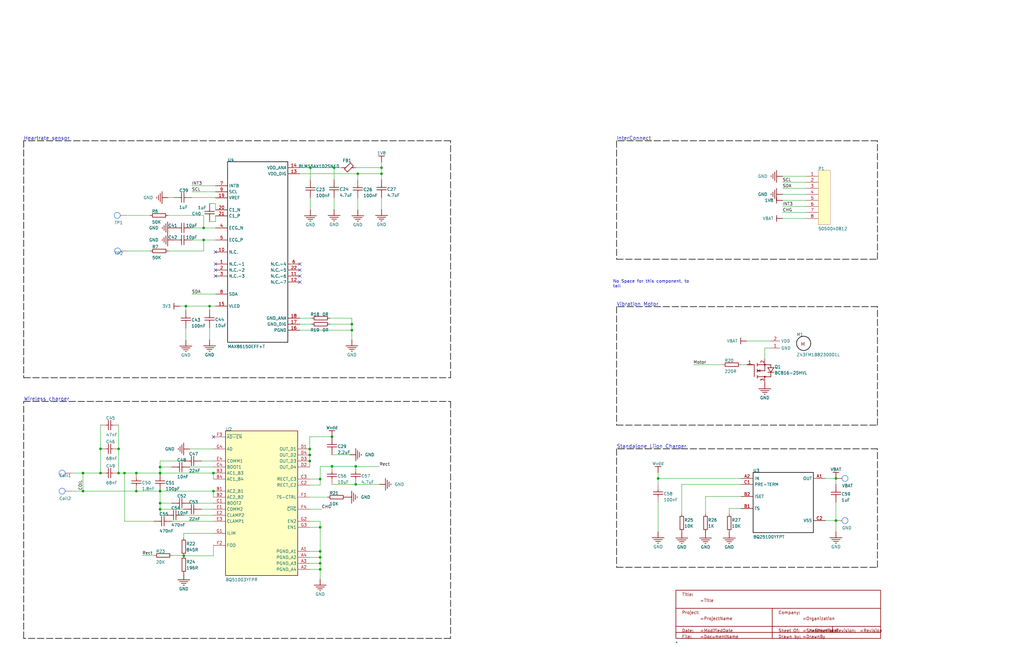
<source format=kicad_sch>
(kicad_sch (version 20231120) (generator "eeschema") (generator_version "8.0")
  (paper "B")
  (title_block (title "Wireless charger unit"))
  (junction (at 150.88 73.32))
  (junction (at 150 204.4))
  (junction (at 135 202.18))
  (junction (at 42.38 189.4))
  (junction (at 148.38 139.36))
  (junction (at 52.5 199.64))
  (junction (at 57.5 207.26))
  (junction (at 50 189.4))
  (junction (at 67.5 212.34))
  (junction (at 130.88 70.78))
  (junction (at 88.38 129.2))
  (junction (at 160.88 70.78))
  (junction (at 135 232.66))
  (junction (at 135 237.74))
  (junction (at 130.64 189.48))
  (junction (at 90 207.26))
  (junction (at 277.5 201.9))
  (junction (at 77.5 234.52))
  (junction (at 150 196.78))
  (junction (at 140 184.28))
  (junction (at 352.5 201.9))
  (junction (at 85.88 96.18))
  (junction (at 67.5 199.64))
  (junction (at 148.38 136.82))
  (junction (at 67.5 197.1))
  (junction (at 90 199.64))
  (junction (at 57.5 199.64))
  (junction (at 42.38 199.64))
  (junction (at 67.5 214.88))
  (junction (at 130.64 194.56))
  (junction (at 135 240.28))
  (junction (at 135 222.5))
  (junction (at 85.88 101.26))
  (junction (at 135 235.2))
  (junction (at 140 196.78))
  (junction (at 67.5 207.26))
  (junction (at 78.38 129.2))
  (junction (at 352.5 219.68))
  (junction (at 140.88 70.78))
  (junction (at 35 207.26))
  (junction (at 130.64 192.02))
  (junction (at 160.88 73.32))
  (junction (at 35 199.64))
  (junction (at 50 199.64))
  (no_connect (at 126.44 119.04))
  (no_connect (at 90.88 113.96))
  (no_connect (at 126.44 111.42))
  (no_connect (at 126.44 116.5))
  (no_connect (at 90 184.4))
  (no_connect (at 90.88 111.42))
  (no_connect (at 90.88 116.5))
  (no_connect (at 126.44 113.96))
  (no_connect (at 90.88 106.34))
  (wire (pts (xy 135 202.18) (xy 135 196.78)))
  (wire (pts (xy 140 196.78) (xy 150 196.78)))
  (wire (pts (xy 35 207.26) (xy 30 207.26)))
  (wire (pts (xy 150.036 70.78) (xy 160.88 70.78)))
  (wire (pts (xy 85.88 101.26) (xy 85.88 105.9)))
  (wire (pts (xy 330 89.64) (xy 340 89.64)))
  (wire (pts (xy 312.5 214.6) (xy 307.5 214.6)))
  (polyline (pts (xy 190 59.4) (xy 10 59.4)) (stroke (width 0.254) (type dash) (color 0 0 0 1)))
  (wire (pts (xy 52.5 219.96) (xy 52.5 199.64)))
  (wire (pts (xy 73.26 83.4) (xy 70.88 83.4)))
  (wire (pts (xy 80.88 96.18) (xy 85.88 96.18)))
  (wire (pts (xy 135 232.66) (xy 135 235.2)))
  (wire (pts (xy 148.38 139.36) (xy 148.38 143.4)))
  (polyline (pts (xy 370 189.4) (xy 260 189.4)) (stroke (width 0.254) (type dash) (color 0 0 0 1)))
  (wire (pts (xy 50 199.64) (xy 52.5 199.64)))
  (wire (pts (xy 90 234.52) (xy 77.5 234.52)))
  (wire (pts (xy 42.38 179.4) (xy 42.38 189.4)))
  (wire (pts (xy 148.38 136.82) (xy 148.38 139.36)))
  (wire (pts (xy 77.5 217.42) (xy 90 217.42)))
  (wire (pts (xy 330 76.94) (xy 340 76.94)))
  (wire (pts (xy 277.5 211.9) (xy 277.5 224.4)))
  (wire (pts (xy 322.5 146.9) (xy 324.88 146.9)))
  (wire (pts (xy 130.88 70.78) (xy 126.44 70.78)))
  (wire (pts (xy 72.62 234.4) (xy 77.5 234.4)))
  (wire (pts (xy 139.06 134.28) (xy 148.38 134.28)))
  (wire (pts (xy 57.5 207.26) (xy 35 207.26)))
  (wire (pts (xy 80.88 124.12) (xy 90.88 124.12)))
  (polyline (pts (xy 190 269.4) (xy 10 269.4)) (stroke (width 0.254) (type dash) (color 0 0 0 1)))
  (wire (pts (xy 352.5 212.02) (xy 352.5 219.68)))
  (wire (pts (xy 85.88 105.9) (xy 71 105.9)))
  (polyline (pts (xy 10 59.4) (xy 10 159.4)) (stroke (width 0.254) (type dash) (color 0 0 0 1)))
  (wire (pts (xy 330 82.02) (xy 340 82.02)))
  (polyline (pts (xy 10 159.4) (xy 190 159.4)) (stroke (width 0.254) (type dash) (color 0 0 0 1)))
  (polyline (pts (xy 260 179.4) (xy 370 179.4)) (stroke (width 0.254) (type dash) (color 0 0 0 1)))
  (wire (pts (xy 160.88 88.4) (xy 160.88 83.4)))
  (wire (pts (xy 150 204.4) (xy 160 204.4)))
  (wire (pts (xy 67.5 194.56) (xy 67.5 197.1)))
  (wire (pts (xy 67.5 214.88) (xy 77.38 214.88)))
  (polyline (pts (xy 190 159.4) (xy 190 59.4)) (stroke (width 0.254) (type dash) (color 0 0 0 1)))
  (wire (pts (xy 150 196.78) (xy 150 196.9)))
  (wire (pts (xy 50 179.4) (xy 50 189.4)))
  (polyline (pts (xy 260 109.4) (xy 370 109.4)) (stroke (width 0.254) (type dash) (color 0 0 0 1)))
  (wire (pts (xy 77.5 234.4) (xy 77.5 234.52)))
  (wire (pts (xy 88.38 129.2) (xy 90.88 129.2)))
  (wire (pts (xy 90.88 85.9) (xy 88.38 85.9)))
  (wire (pts (xy 77.38 194.56) (xy 67.5 194.56)))
  (wire (pts (xy 150.88 88.52) (xy 150.88 83.52)))
  (wire (pts (xy 42.38 199.64) (xy 35 199.64)))
  (wire (pts (xy 90.88 93.52) (xy 88.38 93.52)))
  (wire (pts (xy 135 240.28) (xy 135 244.4)))
  (wire (pts (xy 135 240.28) (xy 135 237.74)))
  (wire (pts (xy 150.88 73.32) (xy 160.88 73.32)))
  (wire (pts (xy 90.88 88.56) (xy 90.88 85.9)))
  (wire (pts (xy 64.88 219.96) (xy 52.5 219.96)))
  (wire (pts (xy 42.38 189.4) (xy 42.38 199.64)))
  (wire (pts (xy 130.64 197.1) (xy 130.64 194.56)))
  (wire (pts (xy 67.5 199.64) (xy 90 199.64)))
  (wire (pts (xy 140.88 88.4) (xy 140.88 83.4)))
  (wire (pts (xy 130.64 232.66) (xy 135 232.66)))
  (polyline (pts (xy 10 269.4) (xy 10 169.4)) (stroke (width 0.254) (type dash) (color 0 0 0 1)))
  (wire (pts (xy 140.88 75.78) (xy 140.88 70.78)))
  (wire (pts (xy 135 222.5) (xy 135 232.66)))
  (wire (pts (xy 80 189.48) (xy 90 189.48)))
  (wire (pts (xy 78.38 143.52) (xy 78.38 138.52)))
  (wire (pts (xy 35 207.26) (xy 35 199.64)))
  (polyline (pts (xy 190 169.4) (xy 190 269.4)) (stroke (width 0.254) (type dash) (color 0 0 0 1)))
  (wire (pts (xy 80.88 78.4) (xy 90.88 78.4)))
  (wire (pts (xy 348.06 201.9) (xy 352.5 201.9)))
  (wire (pts (xy 78.38 129.2) (xy 88.38 129.2)))
  (wire (pts (xy 135 202.18) (xy 130.64 202.18)))
  (wire (pts (xy 135 204.72) (xy 135 202.18)))
  (polyline (pts (xy 370 109.4) (xy 370 59.4)) (stroke (width 0.254) (type dash) (color 0 0 0 1)))
  (wire (pts (xy 78.38 130.9) (xy 78.38 129.2)))
  (polyline (pts (xy 260 59.4) (xy 260 109.4)) (stroke (width 0.254) (type dash) (color 0 0 0 1)))
  (wire (pts (xy 75.88 129.2) (xy 78.38 129.2)))
  (wire (pts (xy 72.38 197.1) (xy 67.5 197.1)))
  (wire (pts (xy 292.38 153.9) (xy 304.76 153.9)))
  (wire (pts (xy 130.64 240.28) (xy 135 240.28)))
  (wire (pts (xy 88.38 143.4) (xy 88.38 138.4)))
  (wire (pts (xy 148.38 134.28) (xy 148.38 136.82)))
  (wire (pts (xy 126.44 139.36) (xy 148.38 139.36)))
  (wire (pts (xy 314.88 153.9) (xy 312.38 153.9)))
  (wire (pts (xy 90.88 91.1) (xy 90.88 93.52)))
  (wire (pts (xy 90.88 83.4) (xy 90.88 83.48)))
  (polyline (pts (xy 370 59.4) (xy 260 59.4)) (stroke (width 0.254) (type dash) (color 0 0 0 1)))
  (wire (pts (xy 140.88 70.78) (xy 143.94 70.78)))
  (wire (pts (xy 352.5 219.68) (xy 352.5 224.4)))
  (wire (pts (xy 330 87.1) (xy 340 87.1)))
  (wire (pts (xy 130.64 219.96) (xy 135 219.96)))
  (wire (pts (xy 130.64 192.02) (xy 130.64 189.48)))
  (wire (pts (xy 90 209.8) (xy 90 207.26)))
  (wire (pts (xy 52.5 199.64) (xy 57.5 199.64)))
  (wire (pts (xy 35 199.64) (xy 30 199.64)))
  (wire (pts (xy 147.5 191.9) (xy 140 191.9)))
  (wire (pts (xy 53.38 105.9) (xy 63.38 105.9)))
  (wire (pts (xy 80.88 80.94) (xy 90.88 80.94)))
  (wire (pts (xy 160.88 73.32) (xy 160.88 70.78)))
  (wire (pts (xy 85 194.56) (xy 90 194.56)))
  (wire (pts (xy 80 197.1) (xy 90 197.1)))
  (wire (pts (xy 348.06 219.68) (xy 352.5 219.68)))
  (wire (pts (xy 60 234.4) (xy 65 234.4)))
  (wire (pts (xy 330 84.56) (xy 340 84.56)))
  (polyline (pts (xy 10 169.4) (xy 190 169.4)) (stroke (width 0.254) (type dash) (color 0 0 0 1)))
  (polyline (pts (xy 370 239.4) (xy 370 189.4)) (stroke (width 0.254) (type dash) (color 0 0 0 1)))
  (wire (pts (xy 80.88 101.26) (xy 85.88 101.26)))
  (wire (pts (xy 160.88 73.32) (xy 160.88 75.78)))
  (wire (pts (xy 130.64 235.2) (xy 135 235.2)))
  (wire (pts (xy 277.5 199.4) (xy 277.5 201.9)))
  (wire (pts (xy 130.64 189.48) (xy 130.64 184.28)))
  (wire (pts (xy 85.88 96.18) (xy 90.88 96.18)))
  (wire (pts (xy 80 212.34) (xy 90 212.34)))
  (wire (pts (xy 85.88 90.9) (xy 85.88 96.18)))
  (wire (pts (xy 85 214.88) (xy 90 214.88)))
  (wire (pts (xy 140.88 70.78) (xy 130.88 70.78)))
  (wire (pts (xy 85.88 101.26) (xy 90.88 101.26)))
  (wire (pts (xy 130.64 204.72) (xy 135 204.72)))
  (wire (pts (xy 330 74.4) (xy 340 74.4)))
  (wire (pts (xy 130.64 222.5) (xy 135 222.5)))
  (wire (pts (xy 150.88 75.9) (xy 150.88 73.32)))
  (wire (pts (xy 330 92.18) (xy 340 92.18)))
  (wire (pts (xy 53.26 90.9) (xy 63.26 90.9)))
  (polyline (pts (xy 260 189.4) (xy 260 239.4)) (stroke (width 0.254) (type dash) (color 0 0 0 1)))
  (wire (pts (xy 67.5 197.1) (xy 67.5 199.64)))
  (wire (pts (xy 57.5 199.64) (xy 67.5 199.64)))
  (wire (pts (xy 90 207.26) (xy 67.5 207.26)))
  (polyline (pts (xy 370 129.4) (xy 260 129.4)) (stroke (width 0.254) (type dash) (color 0 0 0 1)))
  (wire (pts (xy 50 189.4) (xy 50 199.64)))
  (wire (pts (xy 130.88 75.9) (xy 130.88 70.78)))
  (wire (pts (xy 130.64 194.56) (xy 130.64 192.02)))
  (wire (pts (xy 140 204.4) (xy 150 204.4)))
  (wire (pts (xy 131.44 134.28) (xy 126.44 134.28)))
  (wire (pts (xy 135 235.2) (xy 135 237.74)))
  (wire (pts (xy 67.5 207.26) (xy 57.5 207.26)))
  (wire (pts (xy 72.38 212.34) (xy 67.5 212.34)))
  (wire (pts (xy 67.5 214.88) (xy 67.5 217.42)))
  (wire (pts (xy 130.64 184.28) (xy 140 184.28)))
  (wire (pts (xy 287.5 204.44) (xy 287.5 216.9)))
  (wire (pts (xy 135 219.96) (xy 135 222.5)))
  (wire (pts (xy 277.5 204.28) (xy 277.5 201.9)))
  (wire (pts (xy 90 225.04) (xy 77.5 225.04)))
  (wire (pts (xy 314.88 143.9) (xy 324.88 143.9)))
  (polyline (pts (xy 370 179.4) (xy 370 129.4)) (stroke (width 0.254) (type dash) (color 0 0 0 1)))
  (wire (pts (xy 67.5 217.42) (xy 69.88 217.42)))
  (wire (pts (xy 138.14 209.8) (xy 130.64 209.8)))
  (wire (pts (xy 312.5 204.44) (xy 287.5 204.44)))
  (wire (pts (xy 67.5 212.34) (xy 67.5 207.26)))
  (wire (pts (xy 90 230.12) (xy 90 234.52)))
  (wire (pts (xy 90 202.18) (xy 90 199.64)))
  (wire (pts (xy 130.88 88.52) (xy 130.88 83.52)))
  (wire (pts (xy 297.5 216.9) (xy 297.5 209.52)))
  (wire (pts (xy 322.5 151.36) (xy 322.5 146.9)))
  (wire (pts (xy 307.5 214.6) (xy 307.5 216.9)))
  (wire (pts (xy 277.5 201.9) (xy 312.5 201.9)))
  (wire (pts (xy 135 237.74) (xy 130.64 237.74)))
  (wire (pts (xy 297.5 209.52) (xy 312.5 209.52)))
  (polyline (pts (xy 260 239.4) (xy 370 239.4)) (stroke (width 0.254) (type dash) (color 0 0 0 1)))
  (wire (pts (xy 72.5 219.96) (xy 90 219.96)))
  (polyline (pts (xy 260 129.4) (xy 260 179.4)) (stroke (width 0.254) (type dash) (color 0 0 0 1)))
  (wire (pts (xy 150.88 73.32) (xy 126.44 73.32)))
  (wire (pts (xy 135.64 214.88) (xy 130.64 214.88)))
  (wire (pts (xy 135 196.78) (xy 140 196.78)))
  (wire (pts (xy 88.38 130.78) (xy 88.38 129.2)))
  (wire (pts (xy 77.5 225.04) (xy 77.5 226.9)))
  (wire (pts (xy 150 196.9) (xy 160 196.9)))
  (wire (pts (xy 70.88 90.9) (xy 85.88 90.9)))
  (wire (pts (xy 160.88 70.78) (xy 160.88 68.4)))
  (wire (pts (xy 139.06 136.82) (xy 148.38 136.82)))
  (wire (pts (xy 131.44 136.82) (xy 126.44 136.82)))
  (wire (pts (xy 80.88 83.4) (xy 90.88 83.4)))
  (wire (pts (xy 67.5 212.34) (xy 67.5 214.88)))
  (wire (pts (xy 352.5 201.9) (xy 352.5 204.4)))
  (wire (pts (xy 330 79.48) (xy 340 79.48)))
  (text_box "No Space for this component, to tall" (at 295 116.9 0) (size -37.5 5) (stroke (width -0.0001) (color 0 0 0 1)) (fill (type color) (color 255 255 255 1)) (effects (font (size 1.27 1.27)) (justify left top)))
  (text "Wireless charger" (at 10 169.4 0) (effects (font (size 1.524 1.524)) (justify left bottom)))
  (text "Heartrate sensor" (at 10 59.4 0) (effects (font (size 1.524 1.524)) (justify left bottom)))
  (text "Standalone Liion Charger" (at 260 189.4 0) (effects (font (size 1.524 1.524)) (justify left bottom)))
  (text "Vibration Motor" (at 260 129.4 0) (effects (font (size 1.524 1.524)) (justify left bottom)))
  (text "InterConnect" (at 260 59.4 0) (effects (font (size 1.524 1.524)) (justify left bottom)))
  (label "CHG" (at 330 89.64 0))
  (label "Motor" (at 292.38 153.9 0))
  (label "SDA" (at 330 79.48 0))
  (label "INT3" (at 80.88 78.4 0))
  (label "Rect" (at 160 196.9 0))
  (label "Rect" (at 60 234.4 0))
  (label "INT3" (at 330 87.1 0))
  (label "SCL" (at 80.88 80.94 0))
  (label "SCL" (at 330 76.94 0))
  (label "SDA" (at 80.88 124.12 0))
  (label "CHG" (at 135.64 214.88 0))
  (label "COIL" (at 35 206.9 90))
  (symbol (lib_id "Charger-altium-import:root_2_CAP") (at 152.54 199.32 0) (unit 1)
    (property "Reference" "C57" (at 152.286 201.606 0) (effects (justify left bottom)))
    (property "Value" "4.7uF" (at 152.286 204.146 0) (effects (justify left bottom)))
    (property "Footprint" "C0603" (effects (hide yes)))
    (property "Description" "Capacitor" (effects (hide yes)))
    (property "PUBLISHED" "8-Jun-2000" (effects (hide yes)))
    (property "REVISION" "July-2002: Re-released for DXP Platform." (effects (hide yes)))
    (property "PUBLISHER" "Altium Limited" (effects (hide yes)))
    (property "ALTIUM_VALUE" "100pF" (effects (hide yes)))
  )
  (symbol (lib_id "Charger-altium-import:GND_POWER_GROUND") (at 160 204.4 90) (unit 1)
    (property "Reference" "#PWR?" (effects (hide yes)))
    (property "Value" "GND" (at 166.35 204.4 90) (effects (justify right)))
  )
  (symbol (lib_id "Charger-altium-import:GND_POWER_GROUND") (at 130.88 88.52 0) (unit 1)
    (property "Reference" "#PWR?" (effects (hide yes)))
    (property "Value" "GND" (at 130.88 94.87 0))
  )
  (symbol (lib_id "Charger-altium-import:root_1_CAP") (at 77.46 199.64 0) (unit 1)
    (property "Reference" "C48" (at 74.666 194.814 0) (effects (justify left bottom)))
    (property "Value" "10nF" (at 74.666 201.926 0) (effects (justify left bottom)))
    (property "Footprint" "C0402" (effects (hide yes)))
    (property "Description" "Capacitor" (effects (hide yes)))
    (property "PUBLISHED" "8-Jun-2000" (effects (hide yes)))
    (property "REVISION" "July-2002: Re-released for DXP Platform." (effects (hide yes)))
    (property "PUBLISHER" "Altium Limited" (effects (hide yes)))
    (property "ALTIUM_VALUE" "100pF" (effects (hide yes)))
  )
  (symbol (lib_id "Charger-altium-import:GND_POWER_GROUND") (at 160.88 88.4 0) (unit 1)
    (property "Reference" "#PWR?" (effects (hide yes)))
    (property "Value" "GND" (at 160.88 94.75 0))
  )
  (symbol (lib_id "Charger-altium-import:root_0_8 Pin Connector") (at 340 74.4 0) (unit 1)
    (property "Reference" "P1" (at 345 71.86 0) (effects (justify left bottom)))
    (property "Value" "5050040812" (at 345 97.26 0) (effects (justify left bottom)))
    (property "Footprint" "5050040812" (effects (hide yes)))
    (property "Description" "Generic 8 pin connector, see footprint for MPN" (effects (hide yes)))
  )
  (symbol (lib_id "Charger-altium-import:VBAT_BAR") (at 314.88 143.9 270) (unit 1)
    (property "Reference" "#PWR?" (effects (hide yes)))
    (property "Value" "VBAT" (at 311.07 143.9 90) (effects (justify right)))
  )
  (symbol (lib_id "Charger-altium-import:root_2_mirrored_Transistor") (at 319.96 156.44 0) (unit 1)
    (property "Reference" "Q1" (at 326.564 155.551 0) (effects (justify left bottom)))
    (property "Value" "BC816-25HVL" (at 326.564 158.091 0) (effects (justify left bottom)))
    (property "Footprint" "SOT23-3" (effects (hide yes)))
    (property "Description" "N-Channel 20V 100mA _Ta_ 150mW _Ta_ Surface Mount VMT3" (effects (hide yes)))
    (property "ALTIUM_VALUE" "*" (effects (hide yes)))
    (property "SNAPEDA_LINK" "https://www.snapeda.com/parts/RUM001L02T2CL/Rohm/view-part/531428/?ref=snap" (effects (hide yes)))
    (property "MF" "Rohm" (effects (hide yes)))
    (property "DIGI-KEY_PART_NUMBER" "RUM001L02T2CLCT-ND" (effects (hide yes)))
    (property "DIGI-KEY_PURCHASE_URL" "https://www.digikey.com/product-detail/en/rohm-semiconductor/RUM001L02T2CL/RUM001L02T2CLCT-ND/4571412?utm_source=snapeda&utm_medium=aggregator&utm_campaign=symbol" (effects (hide yes)))
    (property "PACKAGE" "SOT-723 Rohm" (effects (hide yes)))
    (property "MP" "RUM001L02T2CL" (effects (hide yes)))
  )
  (symbol (lib_id "Charger-altium-import:root_0_CAP") (at 85.84 135.86 0) (unit 1)
    (property "Reference" "C44" (at 90.666 135.606 0) (effects (justify left bottom)))
    (property "Value" "10uF" (at 90.666 138.146 0) (effects (justify left bottom)))
    (property "Footprint" "C0603" (effects (hide yes)))
    (property "Description" "Capacitor" (effects (hide yes)))
    (property "PUBLISHED" "8-Jun-2000" (effects (hide yes)))
    (property "REVISION" "July-2002: Re-released for DXP Platform." (effects (hide yes)))
    (property "PUBLISHER" "Altium Limited" (effects (hide yes)))
    (property "ALTIUM_VALUE" "100pF" (effects (hide yes)))
  )
  (symbol (lib_id "Charger-altium-import:root_2_RES") (at 145.76 209.8 0) (unit 1)
    (property "Reference" "R21" (at 138.902 208.784 0) (effects (justify left bottom)))
    (property "Value" "10K" (at 138.902 213.356 0) (effects (justify left bottom)))
    (property "Footprint" "RES0402" (effects (hide yes)))
    (property "Description" "Resistor, ±5%, 0.05W" (effects (hide yes)))
    (property "PART NUMBER" "R0201-0R" (effects (hide yes)))
    (property "MANUFACTURER" "*" (effects (hide yes)))
    (property "MANUFACTURER PART NUMBER" "*" (effects (hide yes)))
    (property "COMPONENTLINK1URL" "*" (effects (hide yes)))
    (property "COMPONENTLINK1DESCRIPTION" "Datasheet" (effects (hide yes)))
    (property "COMPONENTLINK2URL" "*" (effects (hide yes)))
    (property "COMPONENTLINK2DESCRIPTION" "Supplier link" (effects (hide yes)))
    (property "HELPURL" "*" (effects (hide yes)))
    (property "FOOTPRINT DOC" "0201" (effects (hide yes)))
    (property "LATESTREVISIONDATE" "2017-11-09" (effects (hide yes)))
    (property "PIN COUNT" "2" (effects (hide yes)))
    (property "PUBLISHER" "Nordic Semiconductor" (effects (hide yes)))
    (property "PUBLISHED" "2014-11-13" (effects (hide yes)))
    (property "ALTIUM_VALUE" "0R" (effects (hide yes)))
    (property "NOTE" "Chip Res 5%" (effects (hide yes)))
    (property "ARTIKKELNR NOCA" "N.A." (effects (hide yes)))
    (property "PART NUMBER IPS" "00000003245" (effects (hide yes)))
    (property "SUPPLIER 1" "*" (effects (hide yes)))
    (property "SUPPLIER PART NUMBER 1" "*" (effects (hide yes)))
    (property "SUPPLIER 2" "*" (effects (hide yes)))
    (property "SUPPLIER PART NUMBER 2" "*" (effects (hide yes)))
  )
  (symbol (lib_id "Charger-altium-import:Wvdd_BAR") (at 140 184.28 180) (unit 1)
    (property "Reference" "#PWR?" (effects (hide yes)))
    (property "Value" "Wvdd" (at 140 180.47 0))
  )
  (symbol (lib_id "Charger-altium-import:root_1_CAP") (at 82.46 217.42 0) (unit 1)
    (property "Reference" "C53" (at 79.666 212.594 0) (effects (justify left bottom)))
    (property "Value" "22nF" (at 79.666 219.706 0) (effects (justify left bottom)))
    (property "Footprint" "C0402" (effects (hide yes)))
    (property "Description" "Capacitor" (effects (hide yes)))
    (property "PUBLISHED" "8-Jun-2000" (effects (hide yes)))
    (property "REVISION" "July-2002: Re-released for DXP Platform." (effects (hide yes)))
    (property "PUBLISHER" "Altium Limited" (effects (hide yes)))
    (property "ALTIUM_VALUE" "100pF" (effects (hide yes)))
  )
  (symbol (lib_id "Charger-altium-import:GND_POWER_GROUND") (at 73.26 96.18 270) (unit 1)
    (property "Reference" "#PWR?" (effects (hide yes)))
    (property "Value" "GND" (at 66.91 96.18 90) (effects (justify right)))
  )
  (symbol (lib_id "Charger-altium-import:root_0_MAX86150EFF+T") (at 108.66 106.34 0) (unit 1)
    (property "Reference" "U4" (at 95.96 68.24 0) (effects (justify left bottom)))
    (property "Value" "MAX86150EFF+T" (at 95.96 146.98 0) (effects (justify left bottom)))
    (property "Footprint" "MAX86150EFF+" (effects (hide yes)))
    (property "Description" "Oximeter/Heart Rate Sensor IÂ²C Output" (effects (hide yes)))
    (property "PACKAGE" "OLGA-22 Maxim" (effects (hide yes)))
    (property "MP" "MAX86150EFF+" (effects (hide yes)))
    (property "AVAILABILITY" "Unavailable" (effects (hide yes)))
    (property "PRICE" "None" (effects (hide yes)))
    (property "MF" "Maxim Integrated" (effects (hide yes)))
    (property "ALTIUM_VALUE" "*" (effects (hide yes)))
    (property "SNAPEDA_LINK" "https://www.snapeda.com/parts/MAX86150EFF%2B/Maxim%20Integrated/view-part/680829/?ref=snap" (effects (hide yes)))
  )
  (symbol (lib_id "Charger-altium-import:root_1_CAP") (at 47.46 181.94 0) (unit 1)
    (property "Reference" "C45" (at 44.666 177.114 0) (effects (justify left bottom)))
    (property "Value" "47nF" (at 44.666 184.226 0) (effects (justify left bottom)))
    (property "Footprint" "C0402" (effects (hide yes)))
    (property "Description" "Capacitor" (effects (hide yes)))
    (property "PUBLISHED" "8-Jun-2000" (effects (hide yes)))
    (property "REVISION" "July-2002: Re-released for DXP Platform." (effects (hide yes)))
    (property "PUBLISHER" "Altium Limited" (effects (hide yes)))
    (property "ALTIUM_VALUE" "100pF" (effects (hide yes)))
  )
  (symbol (lib_id "Charger-altium-import:root_1_CAP") (at 77.46 214.88 0) (unit 1)
    (property "Reference" "C52" (at 74.666 210.054 0) (effects (justify left bottom)))
    (property "Value" "10nF" (at 74.666 217.166 0) (effects (justify left bottom)))
    (property "Footprint" "C0402" (effects (hide yes)))
    (property "Description" "Capacitor" (effects (hide yes)))
    (property "PUBLISHED" "8-Jun-2000" (effects (hide yes)))
    (property "REVISION" "July-2002: Re-released for DXP Platform." (effects (hide yes)))
    (property "PUBLISHER" "Altium Limited" (effects (hide yes)))
    (property "ALTIUM_VALUE" "100pF" (effects (hide yes)))
  )
  (symbol (lib_id "Charger-altium-import:root_2_CAP") (at 280.04 206.82 0) (unit 1)
    (property "Reference" "C58" (at 279.786 209.106 0) (effects (justify left bottom)))
    (property "Value" "100nF" (at 279.786 211.646 0) (effects (justify left bottom)))
    (property "Footprint" "C0402" (effects (hide yes)))
    (property "Description" "Capacitor" (effects (hide yes)))
    (property "PUBLISHED" "8-Jun-2000" (effects (hide yes)))
    (property "REVISION" "July-2002: Re-released for DXP Platform." (effects (hide yes)))
    (property "PUBLISHER" "Altium Limited" (effects (hide yes)))
    (property "ALTIUM_VALUE" "100pF" (effects (hide yes)))
  )
  (symbol (lib_id "Charger-altium-import:GND_POWER_GROUND") (at 77.5 242.14 0) (unit 1)
    (property "Reference" "#PWR?" (effects (hide yes)))
    (property "Value" "GND" (at 77.5 248.49 0))
  )
  (symbol (lib_id "Charger-altium-import:root_0_TitleBlock") (at 285 269.4 0) (unit 1)
    (property "Reference" "*" (at 284.746 272.194 0) (effects (justify left bottom)))
    (property "Value" "TitleBlock" (effects (hide yes)))
  )
  (symbol (lib_id "Charger-altium-import:root_1_CAP") (at 82.46 197.1 0) (unit 1)
    (property "Reference" "C47" (at 79.666 192.274 0) (effects (justify left bottom)))
    (property "Value" "22nF" (at 79.666 199.386 0) (effects (justify left bottom)))
    (property "Footprint" "C0402" (effects (hide yes)))
    (property "Description" "Capacitor" (effects (hide yes)))
    (property "PUBLISHED" "8-Jun-2000" (effects (hide yes)))
    (property "REVISION" "July-2002: Re-released for DXP Platform." (effects (hide yes)))
    (property "PUBLISHER" "Altium Limited" (effects (hide yes)))
    (property "ALTIUM_VALUE" "100pF" (effects (hide yes)))
  )
  (symbol (lib_id "Charger-altium-import:root_0_RES") (at 131.44 134.28 0) (unit 1)
    (property "Reference" "R18" (at 130.88 133.4 0) (effects (justify left bottom)))
    (property "Value" "0R" (at 135.88 133.4 0) (effects (justify left bottom)))
    (property "Footprint" "RES0402" (effects (hide yes)))
    (property "Description" "Resistor, ±5%, 0.05W" (effects (hide yes)))
    (property "PART NUMBER" "R0201-0R" (effects (hide yes)))
    (property "MANUFACTURER" "*" (effects (hide yes)))
    (property "MANUFACTURER PART NUMBER" "*" (effects (hide yes)))
    (property "COMPONENTLINK1URL" "*" (effects (hide yes)))
    (property "COMPONENTLINK1DESCRIPTION" "Datasheet" (effects (hide yes)))
    (property "COMPONENTLINK2URL" "*" (effects (hide yes)))
    (property "COMPONENTLINK2DESCRIPTION" "Supplier link" (effects (hide yes)))
    (property "HELPURL" "*" (effects (hide yes)))
    (property "FOOTPRINT DOC" "0201" (effects (hide yes)))
    (property "LATESTREVISIONDATE" "2017-11-09" (effects (hide yes)))
    (property "PIN COUNT" "2" (effects (hide yes)))
    (property "PUBLISHER" "Nordic Semiconductor" (effects (hide yes)))
    (property "PUBLISHED" "2014-11-13" (effects (hide yes)))
    (property "ALTIUM_VALUE" "0R" (effects (hide yes)))
    (property "NOTE" "Chip Res 5%" (effects (hide yes)))
    (property "ARTIKKELNR NOCA" "N.A." (effects (hide yes)))
    (property "PART NUMBER IPS" "00000003245" (effects (hide yes)))
    (property "SUPPLIER 1" "*" (effects (hide yes)))
    (property "SUPPLIER PART NUMBER 1" "*" (effects (hide yes)))
    (property "SUPPLIER 2" "*" (effects (hide yes)))
    (property "SUPPLIER PART NUMBER 2" "*" (effects (hide yes)))
  )
  (symbol (lib_id "Charger-altium-import:GND_POWER_GROUND") (at 330 74.4 270) (unit 1)
    (property "Reference" "#PWR?" (effects (hide yes)))
    (property "Value" "GND" (at 323.65 74.4 90) (effects (justify right)))
  )
  (symbol (lib_id "Charger-altium-import:root_0_CAP") (at 128.34 80.98 0) (unit 1)
    (property "Reference" "C23" (at 133.166 80.726 0) (effects (justify left bottom)))
    (property "Value" "100nF" (at 133.166 83.266 0) (effects (justify left bottom)))
    (property "Footprint" "C0402" (effects (hide yes)))
    (property "Description" "Capacitor" (effects (hide yes)))
    (property "PUBLISHED" "8-Jun-2000" (effects (hide yes)))
    (property "REVISION" "July-2002: Re-released for DXP Platform." (effects (hide yes)))
    (property "PUBLISHER" "Altium Limited" (effects (hide yes)))
    (property "ALTIUM_VALUE" "100pF" (effects (hide yes)))
  )
  (symbol (lib_id "Charger-altium-import:root_0_CAP") (at 75.84 135.98 0) (unit 1)
    (property "Reference" "C43" (at 80.666 135.726 0) (effects (justify left bottom)))
    (property "Value" "100nF" (at 80.666 138.266 0) (effects (justify left bottom)))
    (property "Footprint" "C0402" (effects (hide yes)))
    (property "Description" "Capacitor" (effects (hide yes)))
    (property "PUBLISHED" "8-Jun-2000" (effects (hide yes)))
    (property "REVISION" "July-2002: Re-released for DXP Platform." (effects (hide yes)))
    (property "PUBLISHER" "Altium Limited" (effects (hide yes)))
    (property "ALTIUM_VALUE" "100pF" (effects (hide yes)))
  )
  (symbol (lib_id "Charger-altium-import:root_2_CAP") (at 142.54 199.32 0) (unit 1)
    (property "Reference" "C56" (at 142.286 201.606 0) (effects (justify left bottom)))
    (property "Value" "10uF" (at 142.286 204.146 0) (effects (justify left bottom)))
    (property "Footprint" "C0603" (effects (hide yes)))
    (property "Description" "Capacitor" (effects (hide yes)))
    (property "PUBLISHED" "8-Jun-2000" (effects (hide yes)))
    (property "REVISION" "July-2002: Re-released for DXP Platform." (effects (hide yes)))
    (property "PUBLISHER" "Altium Limited" (effects (hide yes)))
    (property "ALTIUM_VALUE" "100pF" (effects (hide yes)))
  )
  (symbol (lib_id "Charger-altium-import:GND_POWER_GROUND") (at 78.38 143.52 0) (unit 1)
    (property "Reference" "#PWR?" (effects (hide yes)))
    (property "Value" "GND" (at 78.38 149.87 0))
  )
  (symbol (lib_id "Charger-altium-import:GND_POWER_GROUND") (at 322.5 161.52 0) (unit 1)
    (property "Reference" "#PWR?" (effects (hide yes)))
    (property "Value" "GND" (at 322.5 167.87 0))
  )
  (symbol (lib_id "Charger-altium-import:root_3_CAP") (at 75.8 93.64 0) (unit 1)
    (property "Reference" "C41" (at 70.88 95.9 0) (effects (justify left bottom)))
    (property "Value" "10pF" (at 78.38 95.9 0) (effects (justify left bottom)))
    (property "Footprint" "C0402" (effects (hide yes)))
    (property "Description" "Capacitor" (effects (hide yes)))
    (property "PUBLISHED" "8-Jun-2000" (effects (hide yes)))
    (property "REVISION" "July-2002: Re-released for DXP Platform." (effects (hide yes)))
    (property "PUBLISHER" "Altium Limited" (effects (hide yes)))
    (property "ALTIUM_VALUE" "100pF" (effects (hide yes)))
  )
  (symbol (lib_id "Charger-altium-import:root_0_CAP") (at 148.34 80.98 0) (unit 1)
    (property "Reference" "C26" (at 153.166 80.726 0) (effects (justify left bottom)))
    (property "Value" "100nF" (at 153.166 83.266 0) (effects (justify left bottom)))
    (property "Footprint" "C0402" (effects (hide yes)))
    (property "Description" "Capacitor" (effects (hide yes)))
    (property "PUBLISHED" "8-Jun-2000" (effects (hide yes)))
    (property "REVISION" "July-2002: Re-released for DXP Platform." (effects (hide yes)))
    (property "PUBLISHER" "Altium Limited" (effects (hide yes)))
    (property "ALTIUM_VALUE" "100pF" (effects (hide yes)))
  )
  (symbol (lib_id "Charger-altium-import:GND_POWER_GROUND") (at 73.26 101.26 270) (unit 1)
    (property "Reference" "#PWR?" (effects (hide yes)))
    (property "Value" "GND" (at 66.91 101.26 90) (effects (justify right)))
  )
  (symbol (lib_id "Charger-altium-import:GND_POWER_GROUND") (at 297.5 224.52 0) (unit 1)
    (property "Reference" "#PWR?" (effects (hide yes)))
    (property "Value" "GND" (at 297.5 230.87 0))
  )
  (symbol (lib_id "Charger-altium-import:GND_POWER_GROUND") (at 147.5 191.9 90) (unit 1)
    (property "Reference" "#PWR?" (effects (hide yes)))
    (property "Value" "GND" (at 153.85 191.9 90) (effects (justify right)))
  )
  (symbol (lib_id "Charger-altium-import:root_2_CAP") (at 70.04 202.18 0) (unit 1)
    (property "Reference" "C51" (at 69.786 204.466 0) (effects (justify left bottom)))
    (property "Value" "100pF" (at 69.786 207.006 0) (effects (justify left bottom)))
    (property "Footprint" "C0402" (effects (hide yes)))
    (property "Description" "Capacitor" (effects (hide yes)))
    (property "PUBLISHED" "8-Jun-2000" (effects (hide yes)))
    (property "REVISION" "July-2002: Re-released for DXP Platform." (effects (hide yes)))
    (property "PUBLISHER" "Altium Limited" (effects (hide yes)))
    (property "ALTIUM_VALUE" "100pF" (effects (hide yes)))
  )
  (symbol (lib_id "Charger-altium-import:root_2_TP") (at 30 207.26 0) (unit 1)
    (property "Reference" "Coil2" (at 24.92 211.07 0) (effects (justify left bottom)))
    (property "Value" "DNP" (effects (hide yes)))
    (property "Footprint" "TP_SMD_1.0mm" (effects (hide yes)))
  )
  (symbol (lib_id "Charger-altium-import:root_0_RES") (at 63.38 105.9 0) (unit 1)
    (property "Reference" "R7" (at 64.142 104.884 0) (effects (justify left bottom)))
    (property "Value" "50K" (at 64.142 109.456 0) (effects (justify left bottom)))
    (property "Footprint" "RES0402" (effects (hide yes)))
    (property "Description" "Resistor, ±5%, 0.05W" (effects (hide yes)))
    (property "PART NUMBER" "R0201-0R" (effects (hide yes)))
    (property "MANUFACTURER" "*" (effects (hide yes)))
    (property "MANUFACTURER PART NUMBER" "*" (effects (hide yes)))
    (property "COMPONENTLINK1URL" "*" (effects (hide yes)))
    (property "COMPONENTLINK1DESCRIPTION" "Datasheet" (effects (hide yes)))
    (property "COMPONENTLINK2URL" "*" (effects (hide yes)))
    (property "COMPONENTLINK2DESCRIPTION" "Supplier link" (effects (hide yes)))
    (property "HELPURL" "*" (effects (hide yes)))
    (property "FOOTPRINT DOC" "0201" (effects (hide yes)))
    (property "LATESTREVISIONDATE" "2017-11-09" (effects (hide yes)))
    (property "PIN COUNT" "2" (effects (hide yes)))
    (property "PUBLISHER" "Nordic Semiconductor" (effects (hide yes)))
    (property "PUBLISHED" "2014-11-13" (effects (hide yes)))
    (property "ALTIUM_VALUE" "0R" (effects (hide yes)))
    (property "NOTE" "Chip Res 5%" (effects (hide yes)))
    (property "ARTIKKELNR NOCA" "N.A." (effects (hide yes)))
    (property "PART NUMBER IPS" "00000003245" (effects (hide yes)))
    (property "SUPPLIER 1" "*" (effects (hide yes)))
    (property "SUPPLIER PART NUMBER 1" "*" (effects (hide yes)))
    (property "SUPPLIER 2" "*" (effects (hide yes)))
    (property "SUPPLIER PART NUMBER 2" "*" (effects (hide yes)))
  )
  (symbol (lib_id "Charger-altium-import:GND_POWER_GROUND") (at 352.5 224.4 0) (unit 1)
    (property "Reference" "#PWR?" (effects (hide yes)))
    (property "Value" "GND" (at 352.5 230.75 0))
  )
  (symbol (lib_id "Charger-altium-import:GND_POWER_GROUND") (at 135 244.4 0) (unit 1)
    (property "Reference" "#PWR?" (effects (hide yes)))
    (property "Value" "GND" (at 135 250.75 0))
  )
  (symbol (lib_id "Charger-altium-import:GND_POWER_GROUND") (at 80 189.48 270) (unit 1)
    (property "Reference" "#PWR?" (effects (hide yes)))
    (property "Value" "GND" (at 73.65 189.48 90) (effects (justify right)))
  )
  (symbol (lib_id "Charger-altium-import:GND_POWER_GROUND") (at 148.38 143.4 0) (unit 1)
    (property "Reference" "#PWR?" (effects (hide yes)))
    (property "Value" "GND" (at 148.38 149.75 0))
  )
  (symbol (lib_id "Charger-altium-import:root_0_BQ51003YFPR") (at 110.32 212.34 0) (unit 1)
    (property "Reference" "U2" (at 95.08 181.86 0) (effects (justify left bottom)))
    (property "Value" "BQ51003YFPR" (at 95.08 245.36 0) (effects (justify left bottom)))
    (property "Footprint" "BQ51003" (effects (hide yes)))
    (property "Description" "BQ51003 Wireless power Receiver 28-DSBGA -40 to 85" (effects (hide yes)))
    (property "PACKAGE" "None" (effects (hide yes)))
    (property "ALTIUM_VALUE" "*" (effects (hide yes)))
    (property "MP" "BQ51003YFPR" (effects (hide yes)))
    (property "AVAILABILITY" "Unavailable" (effects (hide yes)))
    (property "PRICE" "None" (effects (hide yes)))
  )
  (symbol (lib_id "Charger-altium-import:GND_POWER_GROUND") (at 277.5 224.4 0) (unit 1)
    (property "Reference" "#PWR?" (effects (hide yes)))
    (property "Value" "GND" (at 277.5 230.75 0))
  )
  (symbol (lib_id "Charger-altium-import:GND_POWER_GROUND") (at 150.88 88.52 0) (unit 1)
    (property "Reference" "#PWR?" (effects (hide yes)))
    (property "Value" "GND" (at 150.88 94.87 0))
  )
  (symbol (lib_id "Charger-altium-import:VBAT_BAR") (at 352.5 201.9 180) (unit 1)
    (property "Reference" "#PWR?" (effects (hide yes)))
    (property "Value" "VBAT" (at 352.5 198.09 0))
  )
  (symbol (lib_id "Charger-altium-import:1V8_BAR") (at 330 84.56 270) (unit 1)
    (property "Reference" "#PWR?" (effects (hide yes)))
    (property "Value" "1V8" (at 326.19 84.56 90) (effects (justify right)))
  )
  (symbol (lib_id "Charger-altium-import:root_1_RES") (at 307.5 224.52 0) (unit 1)
    (property "Reference" "R27" (at 308.516 220.202 0) (effects (justify left bottom)))
    (property "Value" "10K" (at 308.516 222.742 0) (effects (justify left bottom)))
    (property "Footprint" "RES0402" (effects (hide yes)))
    (property "Description" "Resistor, ±5%, 0.05W" (effects (hide yes)))
    (property "PART NUMBER" "R0201-0R" (effects (hide yes)))
    (property "MANUFACTURER" "*" (effects (hide yes)))
    (property "MANUFACTURER PART NUMBER" "*" (effects (hide yes)))
    (property "COMPONENTLINK1URL" "*" (effects (hide yes)))
    (property "COMPONENTLINK1DESCRIPTION" "Datasheet" (effects (hide yes)))
    (property "COMPONENTLINK2URL" "*" (effects (hide yes)))
    (property "COMPONENTLINK2DESCRIPTION" "Supplier link" (effects (hide yes)))
    (property "HELPURL" "*" (effects (hide yes)))
    (property "FOOTPRINT DOC" "0201" (effects (hide yes)))
    (property "LATESTREVISIONDATE" "2017-11-09" (effects (hide yes)))
    (property "PIN COUNT" "2" (effects (hide yes)))
    (property "PUBLISHER" "Nordic Semiconductor" (effects (hide yes)))
    (property "PUBLISHED" "2014-11-13" (effects (hide yes)))
    (property "ALTIUM_VALUE" "0R" (effects (hide yes)))
    (property "NOTE" "Chip Res 5%" (effects (hide yes)))
    (property "ARTIKKELNR NOCA" "N.A." (effects (hide yes)))
    (property "PART NUMBER IPS" "00000003245" (effects (hide yes)))
    (property "SUPPLIER 1" "*" (effects (hide yes)))
    (property "SUPPLIER PART NUMBER 1" "*" (effects (hide yes)))
    (property "SUPPLIER 2" "*" (effects (hide yes)))
    (property "SUPPLIER PART NUMBER 2" "*" (effects (hide yes)))
  )
  (symbol (lib_id "Charger-altium-import:root_0_RES") (at 131.44 136.82 0) (unit 1)
    (property "Reference" "R19" (at 130.816 139.98 0) (effects (justify left bottom)))
    (property "Value" "0R" (at 135.896 139.98 0) (effects (justify left bottom)))
    (property "Footprint" "RES0402" (effects (hide yes)))
    (property "Description" "Resistor, ±5%, 0.05W" (effects (hide yes)))
    (property "PART NUMBER" "R0201-0R" (effects (hide yes)))
    (property "MANUFACTURER" "*" (effects (hide yes)))
    (property "MANUFACTURER PART NUMBER" "*" (effects (hide yes)))
    (property "COMPONENTLINK1URL" "*" (effects (hide yes)))
    (property "COMPONENTLINK1DESCRIPTION" "Datasheet" (effects (hide yes)))
    (property "COMPONENTLINK2URL" "*" (effects (hide yes)))
    (property "COMPONENTLINK2DESCRIPTION" "Supplier link" (effects (hide yes)))
    (property "HELPURL" "*" (effects (hide yes)))
    (property "FOOTPRINT DOC" "0201" (effects (hide yes)))
    (property "LATESTREVISIONDATE" "2017-11-09" (effects (hide yes)))
    (property "PIN COUNT" "2" (effects (hide yes)))
    (property "PUBLISHER" "Nordic Semiconductor" (effects (hide yes)))
    (property "PUBLISHED" "2014-11-13" (effects (hide yes)))
    (property "ALTIUM_VALUE" "0R" (effects (hide yes)))
    (property "NOTE" "Chip Res 5%" (effects (hide yes)))
    (property "ARTIKKELNR NOCA" "N.A." (effects (hide yes)))
    (property "PART NUMBER IPS" "00000003245" (effects (hide yes)))
    (property "SUPPLIER 1" "*" (effects (hide yes)))
    (property "SUPPLIER PART NUMBER 1" "*" (effects (hide yes)))
    (property "SUPPLIER 2" "*" (effects (hide yes)))
    (property "SUPPLIER PART NUMBER 2" "*" (effects (hide yes)))
  )
  (symbol (lib_id "Charger-altium-import:root_1_RES") (at 77.5 242.14 0) (unit 1)
    (property "Reference" "R24" (at 78.516 237.822 0) (effects (justify left bottom)))
    (property "Value" "196R" (at 78.516 240.362 0) (effects (justify left bottom)))
    (property "Footprint" "RES0402" (effects (hide yes)))
    (property "Description" "Resistor, ±5%, 0.05W" (effects (hide yes)))
    (property "PART NUMBER" "R0201-0R" (effects (hide yes)))
    (property "MANUFACTURER" "*" (effects (hide yes)))
    (property "MANUFACTURER PART NUMBER" "*" (effects (hide yes)))
    (property "COMPONENTLINK1URL" "*" (effects (hide yes)))
    (property "COMPONENTLINK1DESCRIPTION" "Datasheet" (effects (hide yes)))
    (property "COMPONENTLINK2URL" "*" (effects (hide yes)))
    (property "COMPONENTLINK2DESCRIPTION" "Supplier link" (effects (hide yes)))
    (property "HELPURL" "*" (effects (hide yes)))
    (property "FOOTPRINT DOC" "0201" (effects (hide yes)))
    (property "LATESTREVISIONDATE" "2017-11-09" (effects (hide yes)))
    (property "PIN COUNT" "2" (effects (hide yes)))
    (property "PUBLISHER" "Nordic Semiconductor" (effects (hide yes)))
    (property "PUBLISHED" "2014-11-13" (effects (hide yes)))
    (property "ALTIUM_VALUE" "0R" (effects (hide yes)))
    (property "NOTE" "Chip Res 5%" (effects (hide yes)))
    (property "ARTIKKELNR NOCA" "N.A." (effects (hide yes)))
    (property "PART NUMBER IPS" "00000003245" (effects (hide yes)))
    (property "SUPPLIER 1" "*" (effects (hide yes)))
    (property "SUPPLIER PART NUMBER 1" "*" (effects (hide yes)))
    (property "SUPPLIER 2" "*" (effects (hide yes)))
    (property "SUPPLIER PART NUMBER 2" "*" (effects (hide yes)))
  )
  (symbol (lib_id "Charger-altium-import:root_0_RES") (at 304.76 153.9 0) (unit 1)
    (property "Reference" "R20" (at 305.522 152.884 0) (effects (justify left bottom)))
    (property "Value" "220R" (at 305.522 157.456 0) (effects (justify left bottom)))
    (property "Footprint" "RES0603R" (effects (hide yes)))
    (property "Description" "Resistor, ±5%, 0.05W" (effects (hide yes)))
    (property "PART NUMBER" "R0201-0R" (effects (hide yes)))
    (property "MANUFACTURER" "*" (effects (hide yes)))
    (property "MANUFACTURER PART NUMBER" "*" (effects (hide yes)))
    (property "COMPONENTLINK1URL" "*" (effects (hide yes)))
    (property "COMPONENTLINK1DESCRIPTION" "Datasheet" (effects (hide yes)))
    (property "COMPONENTLINK2URL" "*" (effects (hide yes)))
    (property "COMPONENTLINK2DESCRIPTION" "Supplier link" (effects (hide yes)))
    (property "HELPURL" "*" (effects (hide yes)))
    (property "FOOTPRINT DOC" "0201" (effects (hide yes)))
    (property "LATESTREVISIONDATE" "2017-11-09" (effects (hide yes)))
    (property "PIN COUNT" "2" (effects (hide yes)))
    (property "PUBLISHER" "Nordic Semiconductor" (effects (hide yes)))
    (property "PUBLISHED" "2014-11-13" (effects (hide yes)))
    (property "ALTIUM_VALUE" "0R" (effects (hide yes)))
    (property "NOTE" "Chip Res 5%" (effects (hide yes)))
    (property "ARTIKKELNR NOCA" "N.A." (effects (hide yes)))
    (property "PART NUMBER IPS" "00000003245" (effects (hide yes)))
    (property "SUPPLIER 1" "*" (effects (hide yes)))
    (property "SUPPLIER PART NUMBER 1" "*" (effects (hide yes)))
    (property "SUPPLIER 2" "*" (effects (hide yes)))
    (property "SUPPLIER PART NUMBER 2" "*" (effects (hide yes)))
  )
  (symbol (lib_id "Charger-altium-import:root_0_TP") (at 352.5 219.68 0) (unit 1)
    (property "Reference" "GND" (at 355.04 223.49 0) (effects (justify left bottom)))
    (property "Value" "DNP" (effects (hide yes)))
    (property "Footprint" "TP_SMD_1.0mm" (effects (hide yes)))
  )
  (symbol (lib_id "Charger-altium-import:root_2_TP") (at 53.38 105.9 0) (unit 1)
    (property "Reference" "TP2" (at 48.3 107.67 0) (effects (justify left bottom)))
    (property "Value" "DNP" (effects (hide yes)))
    (property "Footprint" "TP_SMD_1.0mm" (effects (hide yes)))
  )
  (symbol (lib_id "Charger-altium-import:root_1_RES") (at 297.5 224.52 0) (unit 1)
    (property "Reference" "R26" (at 298.516 220.202 0) (effects (justify left bottom)))
    (property "Value" "1K" (at 298.516 222.742 0) (effects (justify left bottom)))
    (property "Footprint" "RES0402" (effects (hide yes)))
    (property "Description" "Resistor, ±5%, 0.05W" (effects (hide yes)))
    (property "PART NUMBER" "R0201-0R" (effects (hide yes)))
    (property "MANUFACTURER" "*" (effects (hide yes)))
    (property "MANUFACTURER PART NUMBER" "*" (effects (hide yes)))
    (property "COMPONENTLINK1URL" "*" (effects (hide yes)))
    (property "COMPONENTLINK1DESCRIPTION" "Datasheet" (effects (hide yes)))
    (property "COMPONENTLINK2URL" "*" (effects (hide yes)))
    (property "COMPONENTLINK2DESCRIPTION" "Supplier link" (effects (hide yes)))
    (property "HELPURL" "*" (effects (hide yes)))
    (property "FOOTPRINT DOC" "0201" (effects (hide yes)))
    (property "LATESTREVISIONDATE" "2017-11-09" (effects (hide yes)))
    (property "PIN COUNT" "2" (effects (hide yes)))
    (property "PUBLISHER" "Nordic Semiconductor" (effects (hide yes)))
    (property "PUBLISHED" "2014-11-13" (effects (hide yes)))
    (property "ALTIUM_VALUE" "0R" (effects (hide yes)))
    (property "NOTE" "Chip Res 5%" (effects (hide yes)))
    (property "ARTIKKELNR NOCA" "N.A." (effects (hide yes)))
    (property "PART NUMBER IPS" "00000003245" (effects (hide yes)))
    (property "SUPPLIER 1" "*" (effects (hide yes)))
    (property "SUPPLIER PART NUMBER 1" "*" (effects (hide yes)))
    (property "SUPPLIER 2" "*" (effects (hide yes)))
    (property "SUPPLIER PART NUMBER 2" "*" (effects (hide yes)))
  )
  (symbol (lib_id "Charger-altium-import:root_2_CAP") (at 60.04 202.18 0) (unit 1)
    (property "Reference" "C50" (at 59.786 204.466 0) (effects (justify left bottom)))
    (property "Value" "1.8nF" (at 59.786 207.006 0) (effects (justify left bottom)))
    (property "Footprint" "C0402" (effects (hide yes)))
    (property "Description" "Capacitor" (effects (hide yes)))
    (property "PUBLISHED" "8-Jun-2000" (effects (hide yes)))
    (property "REVISION" "July-2002: Re-released for DXP Platform." (effects (hide yes)))
    (property "PUBLISHER" "Altium Limited" (effects (hide yes)))
    (property "ALTIUM_VALUE" "100pF" (effects (hide yes)))
  )
  (symbol (lib_id "Charger-altium-import:root_1_CAP") (at 47.46 202.18 0) (unit 1)
    (property "Reference" "C49" (at 44.666 197.354 0) (effects (justify left bottom)))
    (property "Value" "68nF" (at 44.666 204.466 0) (effects (justify left bottom)))
    (property "Footprint" "C0402" (effects (hide yes)))
    (property "Description" "Capacitor" (effects (hide yes)))
    (property "PUBLISHED" "8-Jun-2000" (effects (hide yes)))
    (property "REVISION" "July-2002: Re-released for DXP Platform." (effects (hide yes)))
    (property "PUBLISHER" "Altium Limited" (effects (hide yes)))
    (property "ALTIUM_VALUE" "100pF" (effects (hide yes)))
  )
  (symbol (lib_id "Charger-altium-import:root_2_CAP") (at 355.04 206.94 0) (unit 1)
    (property "Reference" "C59" (at 354.786 209.226 0) (effects (justify left bottom)))
    (property "Value" "1uF" (at 354.786 211.766 0) (effects (justify left bottom)))
    (property "Footprint" "C0402" (effects (hide yes)))
    (property "Description" "Capacitor" (effects (hide yes)))
    (property "PUBLISHED" "8-Jun-2000" (effects (hide yes)))
    (property "REVISION" "July-2002: Re-released for DXP Platform." (effects (hide yes)))
    (property "PUBLISHER" "Altium Limited" (effects (hide yes)))
    (property "ALTIUM_VALUE" "100pF" (effects (hide yes)))
  )
  (symbol (lib_id "Charger-altium-import:root_2_RES") (at 72.62 234.4 0) (unit 1)
    (property "Reference" "R23" (at 65.762 233.384 0) (effects (justify left bottom)))
    (property "Value" "20K" (at 65.762 237.956 0) (effects (justify left bottom)))
    (property "Footprint" "RES0402" (effects (hide yes)))
    (property "Description" "Resistor, ±5%, 0.05W" (effects (hide yes)))
    (property "PART NUMBER" "R0201-0R" (effects (hide yes)))
    (property "MANUFACTURER" "*" (effects (hide yes)))
    (property "MANUFACTURER PART NUMBER" "*" (effects (hide yes)))
    (property "COMPONENTLINK1URL" "*" (effects (hide yes)))
    (property "COMPONENTLINK1DESCRIPTION" "Datasheet" (effects (hide yes)))
    (property "COMPONENTLINK2URL" "*" (effects (hide yes)))
    (property "COMPONENTLINK2DESCRIPTION" "Supplier link" (effects (hide yes)))
    (property "HELPURL" "*" (effects (hide yes)))
    (property "FOOTPRINT DOC" "0201" (effects (hide yes)))
    (property "LATESTREVISIONDATE" "2017-11-09" (effects (hide yes)))
    (property "PIN COUNT" "2" (effects (hide yes)))
    (property "PUBLISHER" "Nordic Semiconductor" (effects (hide yes)))
    (property "PUBLISHED" "2014-11-13" (effects (hide yes)))
    (property "ALTIUM_VALUE" "0R" (effects (hide yes)))
    (property "NOTE" "Chip Res 5%" (effects (hide yes)))
    (property "ARTIKKELNR NOCA" "N.A." (effects (hide yes)))
    (property "PART NUMBER IPS" "00000003245" (effects (hide yes)))
    (property "SUPPLIER 1" "*" (effects (hide yes)))
    (property "SUPPLIER PART NUMBER 1" "*" (effects (hide yes)))
    (property "SUPPLIER 2" "*" (effects (hide yes)))
    (property "SUPPLIER PART NUMBER 2" "*" (effects (hide yes)))
  )
  (symbol (lib_id "Charger-altium-import:GND_POWER_GROUND") (at 330 82.02 270) (unit 1)
    (property "Reference" "#PWR?" (effects (hide yes)))
    (property "Value" "GND" (at 323.65 82.02 90) (effects (justify right)))
  )
  (symbol (lib_id "Charger-altium-import:root_0_TP") (at 352.5 201.9 0) (unit 1)
    (property "Reference" "VBAT" (at 355.04 205.71 0) (effects (justify left bottom)))
    (property "Value" "DNP" (effects (hide yes)))
    (property "Footprint" "TP_SMD_1.0mm" (effects (hide yes)))
  )
  (symbol (lib_id "Charger-altium-import:root_1_CAP") (at 69.96 222.5 0) (unit 1)
    (property "Reference" "C55" (at 67.166 217.674 0) (effects (justify left bottom)))
    (property "Value" "470nF" (at 67.166 224.786 0) (effects (justify left bottom)))
    (property "Footprint" "C0402" (effects (hide yes)))
    (property "Description" "Capacitor" (effects (hide yes)))
    (property "PUBLISHED" "8-Jun-2000" (effects (hide yes)))
    (property "REVISION" "July-2002: Re-released for DXP Platform." (effects (hide yes)))
    (property "PUBLISHER" "Altium Limited" (effects (hide yes)))
    (property "ALTIUM_VALUE" "100pF" (effects (hide yes)))
  )
  (symbol (lib_id "Charger-altium-import:root_0_CAP") (at 138.34 80.86 0) (unit 1)
    (property "Reference" "C24" (at 143.166 80.606 0) (effects (justify left bottom)))
    (property "Value" "4.7uF" (at 143.166 83.146 0) (effects (justify left bottom)))
    (property "Footprint" "C0402" (effects (hide yes)))
    (property "Description" "Capacitor" (effects (hide yes)))
    (property "PUBLISHED" "8-Jun-2000" (effects (hide yes)))
    (property "REVISION" "July-2002: Re-released for DXP Platform." (effects (hide yes)))
    (property "PUBLISHER" "Altium Limited" (effects (hide yes)))
    (property "ALTIUM_VALUE" "100pF" (effects (hide yes)))
  )
  (symbol (lib_id "Charger-altium-import:root_1_RES") (at 287.5 224.52 0) (unit 1)
    (property "Reference" "R25" (at 288.516 220.202 0) (effects (justify left bottom)))
    (property "Value" "10K" (at 288.516 222.742 0) (effects (justify left bottom)))
    (property "Footprint" "RES0402" (effects (hide yes)))
    (property "Description" "Resistor, ±5%, 0.05W" (effects (hide yes)))
    (property "PART NUMBER" "R0201-0R" (effects (hide yes)))
    (property "MANUFACTURER" "*" (effects (hide yes)))
    (property "MANUFACTURER PART NUMBER" "*" (effects (hide yes)))
    (property "COMPONENTLINK1URL" "*" (effects (hide yes)))
    (property "COMPONENTLINK1DESCRIPTION" "Datasheet" (effects (hide yes)))
    (property "COMPONENTLINK2URL" "*" (effects (hide yes)))
    (property "COMPONENTLINK2DESCRIPTION" "Supplier link" (effects (hide yes)))
    (property "HELPURL" "*" (effects (hide yes)))
    (property "FOOTPRINT DOC" "0201" (effects (hide yes)))
    (property "LATESTREVISIONDATE" "2017-11-09" (effects (hide yes)))
    (property "PIN COUNT" "2" (effects (hide yes)))
    (property "PUBLISHER" "Nordic Semiconductor" (effects (hide yes)))
    (property "PUBLISHED" "2014-11-13" (effects (hide yes)))
    (property "ALTIUM_VALUE" "0R" (effects (hide yes)))
    (property "NOTE" "Chip Res 5%" (effects (hide yes)))
    (property "ARTIKKELNR NOCA" "N.A." (effects (hide yes)))
    (property "PART NUMBER IPS" "00000003245" (effects (hide yes)))
    (property "SUPPLIER 1" "*" (effects (hide yes)))
    (property "SUPPLIER PART NUMBER 1" "*" (effects (hide yes)))
    (property "SUPPLIER 2" "*" (effects (hide yes)))
    (property "SUPPLIER PART NUMBER 2" "*" (effects (hide yes)))
  )
  (symbol (lib_id "Charger-altium-import:3V3_BAR") (at 75.88 129.2 270) (unit 1)
    (property "Reference" "#PWR?" (effects (hide yes)))
    (property "Value" "3V3" (at 72.07 129.2 90) (effects (justify right)))
  )
  (symbol (lib_id "Charger-altium-import:GND_POWER_GROUND") (at 287.5 224.52 0) (unit 1)
    (property "Reference" "#PWR?" (effects (hide yes)))
    (property "Value" "GND" (at 287.5 230.87 0))
  )
  (symbol (lib_id "Charger-altium-import:1V8_BAR") (at 160.88 68.4 180) (unit 1)
    (property "Reference" "#PWR?" (effects (hide yes)))
    (property "Value" "1V8" (at 160.88 64.59 0))
  )
  (symbol (lib_id "Charger-altium-import:root_3_CAP") (at 75.8 98.72 0) (unit 1)
    (property "Reference" "C42" (at 70.88 100.9 0) (effects (justify left bottom)))
    (property "Value" "10pF" (at 78.38 100.9 0) (effects (justify left bottom)))
    (property "Footprint" "C0402" (effects (hide yes)))
    (property "Description" "Capacitor" (effects (hide yes)))
    (property "PUBLISHED" "8-Jun-2000" (effects (hide yes)))
    (property "REVISION" "July-2002: Re-released for DXP Platform." (effects (hide yes)))
    (property "PUBLISHER" "Altium Limited" (effects (hide yes)))
    (property "ALTIUM_VALUE" "100pF" (effects (hide yes)))
  )
  (symbol (lib_id "Charger-altium-import:GND_POWER_GROUND") (at 307.5 224.52 0) (unit 1)
    (property "Reference" "#PWR?" (effects (hide yes)))
    (property "Value" "GND" (at 307.5 230.87 0))
  )
  (symbol (lib_id "Charger-altium-import:root_0_FerrideBead") (at 143.178 70.78 0) (unit 1)
    (property "Reference" "FB1" (at 144.448 68.494 0) (effects (justify left bottom)))
    (property "Value" "BLM15AX102SN1D" (at 125.88 70.9 0) (effects (justify left bottom)))
    (property "Footprint" "IND0402" (effects (hide yes)))
    (property "Description" "Ferrite Bead, 1000 Ohm @ 100MHz" (effects (hide yes)))
    (property "PART NUMBER" "FB0402-120R@100M-500mA" (effects (hide yes)))
    (property "MANUFACTURER" "Murata" (effects (hide yes)))
    (property "MANUFACTURER PART NUMBER" "BLM15AG121SN1D" (effects (hide yes)))
    (property "FOOTPRINT DOC" "0402" (effects (hide yes)))
    (property "LATESTREVISIONDATE" "2014-01-10" (effects (hide yes)))
    (property "PIN COUNT" "2" (effects (hide yes)))
    (property "PUBLISHER" "Nordic Semiconductor" (effects (hide yes)))
    (property "PUBLISHED" "2011-11-14" (effects (hide yes)))
    (property "ALTIUM_VALUE" "120R/0.55A" (effects (hide yes)))
    (property "NOTE" "Chip EMIFIL Inductor Type Chip Ferrite Bead" (effects (hide yes)))
    (property "ARTIKKELNR NOCA" "33029317" (effects (hide yes)))
    (property "PART NUMBER IPS" "N.A." (effects (hide yes)))
    (property "COMPONENTLINK1URL" "*" (effects (hide yes)))
    (property "COMPONENTLINK1DESCRIPTION" "Datasheet" (effects (hide yes)))
    (property "COMPONENTLINK2URL" "*" (effects (hide yes)))
    (property "COMPONENTLINK2DESCRIPTION" "Supplier link" (effects (hide yes)))
    (property "HELPURL" "http://search.murata.co.jp/Ceramy/image/img/PDF/ENG/L0110S0100BLM15A_SN.pdf" (effects (hide yes)))
  )
  (symbol (lib_id "Charger-altium-import:GND_POWER_GROUND") (at 140.88 88.4 0) (unit 1)
    (property "Reference" "#PWR?" (effects (hide yes)))
    (property "Value" "GND" (at 140.88 94.75 0))
  )
  (symbol (lib_id "Charger-altium-import:root_0_BQ25100YFPT") (at 330.28 212.06 0) (unit 1)
    (property "Reference" "U3" (at 317.58 199.36 0) (effects (justify left bottom)))
    (property "Value" "BQ25100YFPT" (at 317.58 227.3 0) (effects (justify left bottom)))
    (property "Footprint" "BQ25100YFP" (effects (hide yes)))
    (property "Description" "Standalone 1-cell, 250-mA linear battery charger with 4.2-V charge voltage and prog. pre-charge 6-DSBGA 0 to 125" (effects (hide yes)))
    (property "MF" "Texas Instruments" (effects (hide yes)))
    (property "DIGIKEY-PURCHASE-URL" "https://snapeda.com/shop?store=DigiKey&id=251118" (effects (hide yes)))
    (property "MOUSER-PURCHASE-URL" "https://snapeda.com/shop?store=Mouser&id=251118" (effects (hide yes)))
    (property "SNAPEDA_LINK" "https://www.snapeda.com/parts/BQ25100YFPT/Texas%20Instruments/view-part/251118/?ref=snap" (effects (hide yes)))
    (property "DIGI-KEY_PART_NUMBER" "296-38373-1-ND" (effects (hide yes)))
    (property "MP" "BQ25100YFPT" (effects (hide yes)))
    (property "ALTIUM_VALUE" "*" (effects (hide yes)))
    (property "TEXAS_INSTRUMENTS-PURCHASE-URL" "https://snapeda.com/shop?store=Texas+Instruments&id=251118" (effects (hide yes)))
    (property "PACKAGE" "DSBGA-6 Texas Instruments" (effects (hide yes)))
  )
  (symbol (lib_id "Charger-altium-import:root_2_CAP") (at 142.54 186.82 0) (unit 1)
    (property "Reference" "C29" (at 142.286 189.106 0) (effects (justify left bottom)))
    (property "Value" "2.2uF" (at 142.286 191.646 0) (effects (justify left bottom)))
    (property "Footprint" "C0603" (effects (hide yes)))
    (property "Description" "Capacitor" (effects (hide yes)))
    (property "PUBLISHED" "8-Jun-2000" (effects (hide yes)))
    (property "REVISION" "July-2002: Re-released for DXP Platform." (effects (hide yes)))
    (property "PUBLISHER" "Altium Limited" (effects (hide yes)))
    (property "ALTIUM_VALUE" "100pF" (effects (hide yes)))
  )
  (symbol (lib_id "Charger-altium-import:root_0_Vibration Motor") (at 338.88 144.9 0) (unit 1)
    (property "Reference" "M1" (at 335.88 141.9 0) (effects (justify left bottom)))
    (property "Value" "Z43FM1B8230001L" (at 335.88 150.44 0) (effects (justify left bottom)))
    (property "Footprint" "Z43FM1B8230001L" (effects (hide yes)))
    (property "Description" "SMD Vibration Motor\r\nhttps://www.vibration-motor.com/cylindrical-vibrator-motors/smt-surface-mount-reflow/z43fm1b8230001l" (effects (hide yes)))
    (property "COMPONENTLINK1DESCRIPTION" "Manufacturer" (effects (hide yes)))
    (property "COMPONENTLINK1URL" "https://www.vibration-motor.com/cylindrical-vibrator-motors/smt-surface-mount-reflow/z43fm1b8230001l" (effects (hide yes)))
  )
  (symbol (lib_id "Charger-altium-import:root_1_RES") (at 77.5 234.52 0) (unit 1)
    (property "Reference" "R22" (at 78.516 230.202 0) (effects (justify left bottom)))
    (property "Value" "845R" (at 78.516 232.742 0) (effects (justify left bottom)))
    (property "Footprint" "RES0402" (effects (hide yes)))
    (property "Description" "Resistor, ±5%, 0.05W" (effects (hide yes)))
    (property "PART NUMBER" "R0201-0R" (effects (hide yes)))
    (property "MANUFACTURER" "*" (effects (hide yes)))
    (property "MANUFACTURER PART NUMBER" "*" (effects (hide yes)))
    (property "COMPONENTLINK1URL" "*" (effects (hide yes)))
    (property "COMPONENTLINK1DESCRIPTION" "Datasheet" (effects (hide yes)))
    (property "COMPONENTLINK2URL" "*" (effects (hide yes)))
    (property "COMPONENTLINK2DESCRIPTION" "Supplier link" (effects (hide yes)))
    (property "HELPURL" "*" (effects (hide yes)))
    (property "FOOTPRINT DOC" "0201" (effects (hide yes)))
    (property "LATESTREVISIONDATE" "2017-11-09" (effects (hide yes)))
    (property "PIN COUNT" "2" (effects (hide yes)))
    (property "PUBLISHER" "Nordic Semiconductor" (effects (hide yes)))
    (property "PUBLISHED" "2014-11-13" (effects (hide yes)))
    (property "ALTIUM_VALUE" "0R" (effects (hide yes)))
    (property "NOTE" "Chip Res 5%" (effects (hide yes)))
    (property "ARTIKKELNR NOCA" "N.A." (effects (hide yes)))
    (property "PART NUMBER IPS" "00000003245" (effects (hide yes)))
    (property "SUPPLIER 1" "*" (effects (hide yes)))
    (property "SUPPLIER PART NUMBER 1" "*" (effects (hide yes)))
    (property "SUPPLIER 2" "*" (effects (hide yes)))
    (property "SUPPLIER PART NUMBER 2" "*" (effects (hide yes)))
  )
  (symbol (lib_id "Charger-altium-import:root_1_CAP") (at 47.46 191.94 0) (unit 1)
    (property "Reference" "C46" (at 44.666 187.114 0) (effects (justify left bottom)))
    (property "Value" "68nF" (at 44.666 194.226 0) (effects (justify left bottom)))
    (property "Footprint" "C0402" (effects (hide yes)))
    (property "Description" "Capacitor" (effects (hide yes)))
    (property "PUBLISHED" "8-Jun-2000" (effects (hide yes)))
    (property "REVISION" "July-2002: Re-released for DXP Platform." (effects (hide yes)))
    (property "PUBLISHER" "Altium Limited" (effects (hide yes)))
    (property "ALTIUM_VALUE" "100pF" (effects (hide yes)))
  )
  (symbol (lib_id "Charger-altium-import:Wvdd_BAR") (at 277.5 199.4 180) (unit 1)
    (property "Reference" "#PWR?" (effects (hide yes)))
    (property "Value" "Wvdd" (at 277.5 195.59 0))
  )
  (symbol (lib_id "Charger-altium-import:root_1_CAP") (at 74.96 219.96 0) (unit 1)
    (property "Reference" "C54" (at 72.166 215.134 0) (effects (justify left bottom)))
    (property "Value" "470nF" (at 72.166 222.246 0) (effects (justify left bottom)))
    (property "Footprint" "C0402" (effects (hide yes)))
    (property "Description" "Capacitor" (effects (hide yes)))
    (property "PUBLISHED" "8-Jun-2000" (effects (hide yes)))
    (property "REVISION" "July-2002: Re-released for DXP Platform." (effects (hide yes)))
    (property "PUBLISHER" "Altium Limited" (effects (hide yes)))
    (property "ALTIUM_VALUE" "100pF" (effects (hide yes)))
  )
  (symbol (lib_id "Charger-altium-import:GND_POWER_GROUND") (at 88.38 143.4 0) (unit 1)
    (property "Reference" "#PWR?" (effects (hide yes)))
    (property "Value" "GND" (at 88.38 149.75 0))
  )
  (symbol (lib_id "Charger-altium-import:root_2_TP") (at 53.26 90.9 0) (unit 1)
    (property "Reference" "TP1" (at 48.18 94.71 0) (effects (justify left bottom)))
    (property "Value" "DNP" (effects (hide yes)))
    (property "Footprint" "TP_SMD_1.0mm" (effects (hide yes)))
  )
  (symbol (lib_id "Charger-altium-import:root_1_CAP") (at 78.34 85.94 0) (unit 1)
    (property "Reference" "C39" (at 75.546 81.114 0) (effects (justify left bottom)))
    (property "Value" "1uF" (at 75.546 88.226 0) (effects (justify left bottom)))
    (property "Footprint" "C0402" (effects (hide yes)))
    (property "Description" "Capacitor" (effects (hide yes)))
    (property "PUBLISHED" "8-Jun-2000" (effects (hide yes)))
    (property "REVISION" "July-2002: Re-released for DXP Platform." (effects (hide yes)))
    (property "PUBLISHER" "Altium Limited" (effects (hide yes)))
    (property "ALTIUM_VALUE" "100pF" (effects (hide yes)))
  )
  (symbol (lib_id "Charger-altium-import:root_2_TP") (at 30 199.64 0) (unit 1)
    (property "Reference" "Coil1" (at 24.92 201.41 0) (effects (justify left bottom)))
    (property "Value" "DNP" (effects (hide yes)))
    (property "Footprint" "TP_SMD_1.0mm" (effects (hide yes)))
  )
  (symbol (lib_id "Charger-altium-import:root_2_CAP") (at 90.92 88.44 0) (unit 1)
    (property "Reference" "C40" (at 80.88 90.9 0) (effects (justify left bottom)))
    (property "Value" "1uF" (at 83.38 88.4 0) (effects (justify left bottom)))
    (property "Footprint" "C0402" (effects (hide yes)))
    (property "Description" "Capacitor" (effects (hide yes)))
    (property "PUBLISHED" "8-Jun-2000" (effects (hide yes)))
    (property "REVISION" "July-2002: Re-released for DXP Platform." (effects (hide yes)))
    (property "PUBLISHER" "Altium Limited" (effects (hide yes)))
    (property "ALTIUM_VALUE" "100pF" (effects (hide yes)))
  )
  (symbol (lib_id "Charger-altium-import:root_0_RES") (at 63.26 90.9 0) (unit 1)
    (property "Reference" "R6" (at 64.022 89.884 0) (effects (justify left bottom)))
    (property "Value" "50K" (at 64.022 94.456 0) (effects (justify left bottom)))
    (property "Footprint" "RES0402" (effects (hide yes)))
    (property "Description" "Resistor, ±5%, 0.05W" (effects (hide yes)))
    (property "PART NUMBER" "R0201-0R" (effects (hide yes)))
    (property "MANUFACTURER" "*" (effects (hide yes)))
    (property "MANUFACTURER PART NUMBER" "*" (effects (hide yes)))
    (property "COMPONENTLINK1URL" "*" (effects (hide yes)))
    (property "COMPONENTLINK1DESCRIPTION" "Datasheet" (effects (hide yes)))
    (property "COMPONENTLINK2URL" "*" (effects (hide yes)))
    (property "COMPONENTLINK2DESCRIPTION" "Supplier link" (effects (hide yes)))
    (property "HELPURL" "*" (effects (hide yes)))
    (property "FOOTPRINT DOC" "0201" (effects (hide yes)))
    (property "LATESTREVISIONDATE" "2017-11-09" (effects (hide yes)))
    (property "PIN COUNT" "2" (effects (hide yes)))
    (property "PUBLISHER" "Nordic Semiconductor" (effects (hide yes)))
    (property "PUBLISHED" "2014-11-13" (effects (hide yes)))
    (property "ALTIUM_VALUE" "0R" (effects (hide yes)))
    (property "NOTE" "Chip Res 5%" (effects (hide yes)))
    (property "ARTIKKELNR NOCA" "N.A." (effects (hide yes)))
    (property "PART NUMBER IPS" "00000003245" (effects (hide yes)))
    (property "SUPPLIER 1" "*" (effects (hide yes)))
    (property "SUPPLIER PART NUMBER 1" "*" (effects (hide yes)))
    (property "SUPPLIER 2" "*" (effects (hide yes)))
    (property "SUPPLIER PART NUMBER 2" "*" (effects (hide yes)))
  )
  (symbol (lib_id "Charger-altium-import:VBAT_BAR") (at 330 92.18 270) (unit 1)
    (property "Reference" "#PWR?" (effects (hide yes)))
    (property "Value" "VBAT" (at 326.19 92.18 90) (effects (justify right)))
  )
  (symbol (lib_id "Charger-altium-import:GND_POWER_GROUND") (at 70.88 83.4 270) (unit 1)
    (property "Reference" "#PWR?" (effects (hide yes)))
    (property "Value" "GND" (at 64.53 83.4 90) (effects (justify right)))
  )
  (symbol (lib_id "Charger-altium-import:root_0_CAP") (at 158.34 80.86 0) (unit 1)
    (property "Reference" "C27" (at 163.166 80.606 0) (effects (justify left bottom)))
    (property "Value" "4.7uF" (at 163.166 83.146 0) (effects (justify left bottom)))
    (property "Footprint" "C0402" (effects (hide yes)))
    (property "Description" "Capacitor" (effects (hide yes)))
    (property "PUBLISHED" "8-Jun-2000" (effects (hide yes)))
    (property "REVISION" "July-2002: Re-released for DXP Platform." (effects (hide yes)))
    (property "PUBLISHER" "Altium Limited" (effects (hide yes)))
    (property "ALTIUM_VALUE" "100pF" (effects (hide yes)))
  )
  (symbol (lib_id "Charger-altium-import:GND_POWER_GROUND") (at 145.76 209.8 90) (unit 1)
    (property "Reference" "#PWR?" (effects (hide yes)))
    (property "Value" "GND" (at 152.11 209.8 90) (effects (justify right)))
  )
)
</source>
